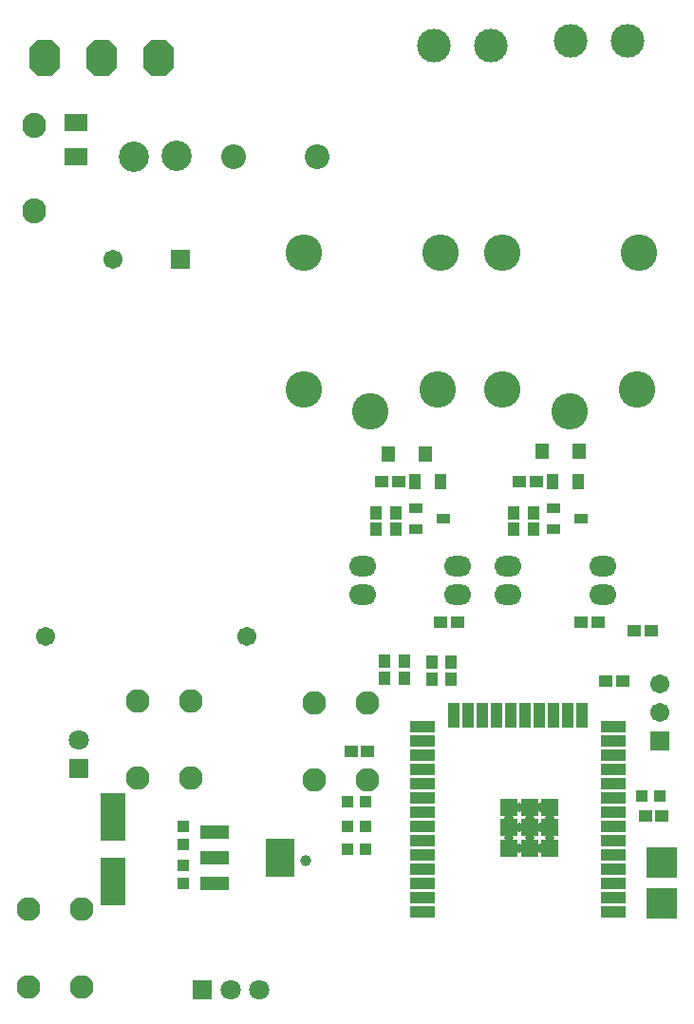
<source format=gts>
G04*
G04 #@! TF.GenerationSoftware,Altium Limited,Altium Designer,21.3.2 (30)*
G04*
G04 Layer_Color=8388736*
%FSTAX24Y24*%
%MOIN*%
G70*
G04*
G04 #@! TF.SameCoordinates,FE128C83-0F67-4140-98D3-9062B7FE4468*
G04*
G04*
G04 #@! TF.FilePolarity,Negative*
G04*
G01*
G75*
%ADD35R,0.0395X0.0434*%
%ADD36R,0.0454X0.0434*%
%ADD37R,0.0474X0.0356*%
%ADD38R,0.0867X0.1655*%
%ADD39R,0.1064X0.1064*%
%ADD40R,0.0434X0.0552*%
%ADD41R,0.0789X0.0592*%
%ADD42R,0.0434X0.0395*%
%ADD43R,0.0434X0.0454*%
%ADD44R,0.0474X0.0552*%
%ADD45O,0.0966X0.0710*%
%ADD46R,0.0604X0.0604*%
%ADD47R,0.0867X0.0434*%
%ADD48R,0.0434X0.0867*%
%ADD49R,0.1025X0.1379*%
%ADD50R,0.1025X0.0474*%
%ADD51C,0.0671*%
%ADD52R,0.0671X0.0671*%
%ADD53C,0.0867*%
G04:AMPARAMS|DCode=54|XSize=106.4mil|YSize=126.1mil|CornerRadius=0mil|HoleSize=0mil|Usage=FLASHONLY|Rotation=180.000|XOffset=0mil|YOffset=0mil|HoleType=Round|Shape=Octagon|*
%AMOCTAGOND54*
4,1,8,0.0266,-0.0631,-0.0266,-0.0631,-0.0532,-0.0364,-0.0532,0.0364,-0.0266,0.0631,0.0266,0.0631,0.0532,0.0364,0.0532,-0.0364,0.0266,-0.0631,0.0*
%
%ADD54OCTAGOND54*%

%ADD55O,0.0830X0.0880*%
%ADD56C,0.0710*%
%ADD57R,0.0710X0.0710*%
%ADD58C,0.1064*%
%ADD59R,0.0710X0.0710*%
%ADD60C,0.1180*%
%ADD61C,0.1280*%
%ADD62C,0.0830*%
%ADD63C,0.0316*%
%ADD64C,0.0395*%
D35*
X01189Y006398D02*
D03*
X01252D02*
D03*
X01189Y007283D02*
D03*
X01252D02*
D03*
X022224Y00748D02*
D03*
X022854D02*
D03*
X01252Y00561D02*
D03*
X01189D02*
D03*
D36*
X012598Y009055D02*
D03*
X012008D02*
D03*
X018504Y018504D02*
D03*
X017913D02*
D03*
X020669Y013583D02*
D03*
X020079D02*
D03*
X021555Y011516D02*
D03*
X020965D02*
D03*
X022539Y013287D02*
D03*
X021949D02*
D03*
X013091Y018504D02*
D03*
X013681D02*
D03*
X015748Y013583D02*
D03*
X015157D02*
D03*
X022343Y006791D02*
D03*
X022933D02*
D03*
D37*
X015246Y017196D02*
D03*
X014284Y016834D02*
D03*
X014281Y017578D02*
D03*
X019104D02*
D03*
X019106Y016834D02*
D03*
X020069Y017196D02*
D03*
D38*
X003642Y004469D02*
D03*
Y006752D02*
D03*
D39*
X022933Y005157D02*
D03*
Y003701D02*
D03*
D40*
X015157Y018504D02*
D03*
X014257D02*
D03*
X019994D02*
D03*
X019094D02*
D03*
D41*
X002362Y031102D02*
D03*
Y029921D02*
D03*
D42*
X006102Y005039D02*
D03*
Y004409D02*
D03*
X006122Y005768D02*
D03*
Y006398D02*
D03*
D43*
X013583Y017421D02*
D03*
Y016831D02*
D03*
X012894Y017421D02*
D03*
Y016831D02*
D03*
X018406Y017421D02*
D03*
Y016831D02*
D03*
X017717Y017421D02*
D03*
Y016831D02*
D03*
X015512Y011594D02*
D03*
Y012185D02*
D03*
X014843Y011594D02*
D03*
Y012185D02*
D03*
X013878Y011614D02*
D03*
Y012205D02*
D03*
X013189Y011614D02*
D03*
Y012205D02*
D03*
D44*
X013307Y019488D02*
D03*
X014608D02*
D03*
X01872Y019587D02*
D03*
X020021D02*
D03*
D45*
X01752Y014559D02*
D03*
Y015559D02*
D03*
X020866D02*
D03*
Y014559D02*
D03*
X012402D02*
D03*
Y015559D02*
D03*
X015748D02*
D03*
Y014559D02*
D03*
D46*
X017551Y007087D02*
D03*
X018274D02*
D03*
X018996D02*
D03*
X017551Y006364D02*
D03*
X018274D02*
D03*
X018996D02*
D03*
X017551Y005642D02*
D03*
X018274D02*
D03*
X018996D02*
D03*
D47*
X014533Y003411D02*
D03*
Y003911D02*
D03*
Y004411D02*
D03*
Y004911D02*
D03*
Y005411D02*
D03*
Y005911D02*
D03*
Y006411D02*
D03*
Y006911D02*
D03*
Y007411D02*
D03*
Y007911D02*
D03*
Y008411D02*
D03*
Y008911D02*
D03*
Y009411D02*
D03*
Y009911D02*
D03*
X021226D02*
D03*
Y009411D02*
D03*
Y008911D02*
D03*
Y008411D02*
D03*
Y007911D02*
D03*
Y007411D02*
D03*
Y006911D02*
D03*
Y006411D02*
D03*
Y005911D02*
D03*
Y005411D02*
D03*
Y004911D02*
D03*
Y004411D02*
D03*
Y003911D02*
D03*
Y003411D02*
D03*
D48*
X01563Y010305D02*
D03*
X01613D02*
D03*
X01663D02*
D03*
X01713D02*
D03*
X01763D02*
D03*
X01813D02*
D03*
X01863D02*
D03*
X01913D02*
D03*
X01963D02*
D03*
X02013D02*
D03*
D49*
X009508Y005315D02*
D03*
D50*
X007224Y004409D02*
D03*
Y005315D02*
D03*
Y00622D02*
D03*
D51*
X022835Y011417D02*
D03*
Y010417D02*
D03*
X00128Y013071D02*
D03*
X008366D02*
D03*
X003642Y026299D02*
D03*
D52*
X022835Y009417D02*
D03*
X006004Y026299D02*
D03*
D53*
X007874Y029921D02*
D03*
X010827D02*
D03*
D54*
X005248Y033394D02*
D03*
X003248D02*
D03*
X001248D02*
D03*
D55*
X000886Y031004D02*
D03*
Y028004D02*
D03*
D56*
X002461Y009449D02*
D03*
X008776Y000689D02*
D03*
X007776D02*
D03*
D57*
X002461Y008449D02*
D03*
D58*
X005868Y029931D02*
D03*
X004368Y029911D02*
D03*
D59*
X006776Y000689D02*
D03*
D60*
X019732Y033976D02*
D03*
X021732D02*
D03*
X016921Y033819D02*
D03*
X014921D02*
D03*
D61*
X012697Y020965D02*
D03*
X010335Y026555D02*
D03*
X015135D02*
D03*
X010335Y021752D02*
D03*
X015059D02*
D03*
X022047D02*
D03*
X017323D02*
D03*
X022123Y026555D02*
D03*
X017323D02*
D03*
X019685Y020965D02*
D03*
D62*
X010718Y01076D02*
D03*
X012598Y00805D02*
D03*
X010718D02*
D03*
X012598Y01076D02*
D03*
X006398Y008117D02*
D03*
X004518Y010827D02*
D03*
X006398D02*
D03*
X004518Y008117D02*
D03*
X000679Y003497D02*
D03*
X002559Y000787D02*
D03*
X000679D02*
D03*
X002559Y003497D02*
D03*
D63*
X017912Y007087D02*
D03*
X018635D02*
D03*
X017551Y006725D02*
D03*
X018274D02*
D03*
X018996D02*
D03*
X017912Y006364D02*
D03*
X018635D02*
D03*
X017551Y006003D02*
D03*
X018274D02*
D03*
X018996D02*
D03*
X017912Y005642D02*
D03*
X018635D02*
D03*
D64*
X010433Y005217D02*
D03*
M02*

</source>
